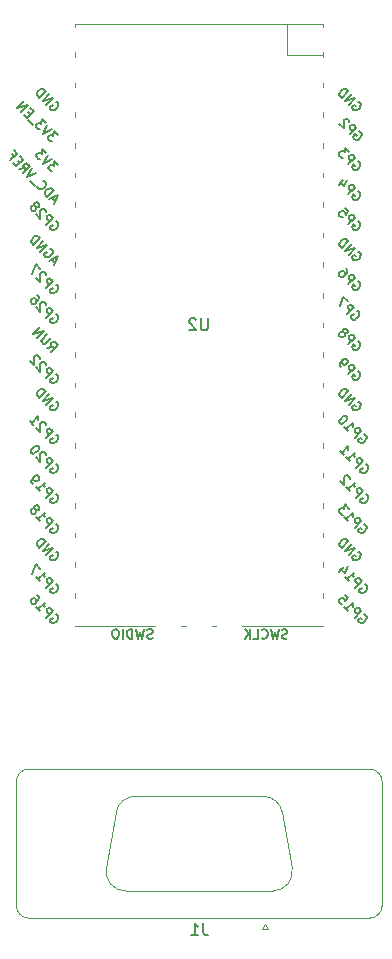
<source format=gbr>
%TF.GenerationSoftware,KiCad,Pcbnew,(5.1.10)-1*%
%TF.CreationDate,2022-01-15T14:59:42+11:00*%
%TF.ProjectId,BKM-10Rp2040 v2,424b4d2d-3130-4527-9032-303430207632,rev?*%
%TF.SameCoordinates,Original*%
%TF.FileFunction,Legend,Bot*%
%TF.FilePolarity,Positive*%
%FSLAX46Y46*%
G04 Gerber Fmt 4.6, Leading zero omitted, Abs format (unit mm)*
G04 Created by KiCad (PCBNEW (5.1.10)-1) date 2022-01-15 14:59:42*
%MOMM*%
%LPD*%
G01*
G04 APERTURE LIST*
%ADD10C,0.120000*%
%ADD11C,0.150000*%
G04 APERTURE END LIST*
D10*
%TO.C,U2*%
X126662000Y-117956000D02*
X126262000Y-117956000D01*
X129262000Y-117956000D02*
X128862000Y-117956000D01*
X117262000Y-117956000D02*
X124062000Y-117956000D01*
X117262000Y-107556000D02*
X117262000Y-107956000D01*
X117262000Y-99856000D02*
X117262000Y-100256000D01*
X117262000Y-74456000D02*
X117262000Y-74856000D01*
X117262000Y-66956000D02*
X117262000Y-67256000D01*
X117262000Y-89756000D02*
X117262000Y-90156000D01*
X117262000Y-104956000D02*
X117262000Y-105356000D01*
X117262000Y-84656000D02*
X117262000Y-85056000D01*
X117262000Y-79556000D02*
X117262000Y-79956000D01*
X117262000Y-92256000D02*
X117262000Y-92656000D01*
X117262000Y-97356000D02*
X117262000Y-97756000D01*
X117262000Y-112556000D02*
X117262000Y-112956000D01*
X117262000Y-115156000D02*
X117262000Y-115556000D01*
X117262000Y-110056000D02*
X117262000Y-110456000D01*
X117262000Y-77056000D02*
X117262000Y-77456000D01*
X117262000Y-69356000D02*
X117262000Y-69756000D01*
X117262000Y-71956000D02*
X117262000Y-72356000D01*
X117262000Y-102456000D02*
X117262000Y-102856000D01*
X117262000Y-94756000D02*
X117262000Y-95156000D01*
X117262000Y-87156000D02*
X117262000Y-87556000D01*
X117262000Y-82056000D02*
X117262000Y-82456000D01*
X138262000Y-115156000D02*
X138262000Y-115556000D01*
X138262000Y-112556000D02*
X138262000Y-112956000D01*
X138262000Y-110056000D02*
X138262000Y-110456000D01*
X138262000Y-107556000D02*
X138262000Y-107956000D01*
X138262000Y-104956000D02*
X138262000Y-105356000D01*
X138262000Y-102456000D02*
X138262000Y-102856000D01*
X138262000Y-99856000D02*
X138262000Y-100256000D01*
X138262000Y-97356000D02*
X138262000Y-97756000D01*
X138262000Y-94756000D02*
X138262000Y-95156000D01*
X138262000Y-92256000D02*
X138262000Y-92656000D01*
X138262000Y-89756000D02*
X138262000Y-90156000D01*
X138262000Y-87156000D02*
X138262000Y-87556000D01*
X138262000Y-84656000D02*
X138262000Y-85056000D01*
X138262000Y-82056000D02*
X138262000Y-82456000D01*
X138262000Y-79556000D02*
X138262000Y-79956000D01*
X138262000Y-77056000D02*
X138262000Y-77456000D01*
X138262000Y-74456000D02*
X138262000Y-74856000D01*
X138262000Y-71956000D02*
X138262000Y-72356000D01*
X138262000Y-69356000D02*
X138262000Y-69756000D01*
X138262000Y-66956000D02*
X138262000Y-67256000D01*
X135255000Y-69623000D02*
X135255000Y-66956000D01*
X138262000Y-69623000D02*
X135255000Y-69623000D01*
X131462000Y-117956000D02*
X138262000Y-117956000D01*
X138262000Y-66956000D02*
X117262000Y-66956000D01*
%TO.C,J1*%
X113385000Y-142685000D02*
X142235000Y-142685000D01*
X143295000Y-141625000D02*
X143295000Y-131125000D01*
X142235000Y-130065000D02*
X113385000Y-130065000D01*
X112325000Y-131125000D02*
X112325000Y-141625000D01*
X133100000Y-143579338D02*
X133600000Y-143579338D01*
X133600000Y-143579338D02*
X133350000Y-143146325D01*
X133350000Y-143146325D02*
X133100000Y-143579338D01*
X121578311Y-140385000D02*
X134041689Y-140385000D01*
X122407048Y-132365000D02*
X133212952Y-132365000D01*
X135676470Y-138436744D02*
X134847733Y-133736744D01*
X119943530Y-138436744D02*
X120772267Y-133736744D01*
X134847733Y-133736744D02*
G75*
G03*
X133212952Y-132365000I-1634781J-288256D01*
G01*
X120772267Y-133736744D02*
G75*
G02*
X122407048Y-132365000I1634781J-288256D01*
G01*
X135676470Y-138436744D02*
G75*
G02*
X134041689Y-140385000I-1634781J-288256D01*
G01*
X119943530Y-138436744D02*
G75*
G03*
X121578311Y-140385000I1634781J-288256D01*
G01*
X142235000Y-130065000D02*
G75*
G02*
X143295000Y-131125000I0J-1060000D01*
G01*
X113385000Y-130065000D02*
G75*
G03*
X112325000Y-131125000I0J-1060000D01*
G01*
X143295000Y-141625000D02*
G75*
G02*
X142235000Y-142685000I-1060000J0D01*
G01*
X113385000Y-142685000D02*
G75*
G02*
X112325000Y-141625000I0J1060000D01*
G01*
%TO.C,U2*%
D11*
X128523904Y-91908380D02*
X128523904Y-92717904D01*
X128476285Y-92813142D01*
X128428666Y-92860761D01*
X128333428Y-92908380D01*
X128142952Y-92908380D01*
X128047714Y-92860761D01*
X128000095Y-92813142D01*
X127952476Y-92717904D01*
X127952476Y-91908380D01*
X127523904Y-92003619D02*
X127476285Y-91956000D01*
X127381047Y-91908380D01*
X127142952Y-91908380D01*
X127047714Y-91956000D01*
X127000095Y-92003619D01*
X126952476Y-92098857D01*
X126952476Y-92194095D01*
X127000095Y-92336952D01*
X127571523Y-92908380D01*
X126952476Y-92908380D01*
X123857238Y-118979809D02*
X123742952Y-119017904D01*
X123552476Y-119017904D01*
X123476285Y-118979809D01*
X123438190Y-118941714D01*
X123400095Y-118865523D01*
X123400095Y-118789333D01*
X123438190Y-118713142D01*
X123476285Y-118675047D01*
X123552476Y-118636952D01*
X123704857Y-118598857D01*
X123781047Y-118560761D01*
X123819142Y-118522666D01*
X123857238Y-118446476D01*
X123857238Y-118370285D01*
X123819142Y-118294095D01*
X123781047Y-118256000D01*
X123704857Y-118217904D01*
X123514380Y-118217904D01*
X123400095Y-118256000D01*
X123133428Y-118217904D02*
X122942952Y-119017904D01*
X122790571Y-118446476D01*
X122638190Y-119017904D01*
X122447714Y-118217904D01*
X122142952Y-119017904D02*
X122142952Y-118217904D01*
X121952476Y-118217904D01*
X121838190Y-118256000D01*
X121762000Y-118332190D01*
X121723904Y-118408380D01*
X121685809Y-118560761D01*
X121685809Y-118675047D01*
X121723904Y-118827428D01*
X121762000Y-118903619D01*
X121838190Y-118979809D01*
X121952476Y-119017904D01*
X122142952Y-119017904D01*
X121342952Y-119017904D02*
X121342952Y-118217904D01*
X120809619Y-118217904D02*
X120657238Y-118217904D01*
X120581047Y-118256000D01*
X120504857Y-118332190D01*
X120466761Y-118484571D01*
X120466761Y-118751238D01*
X120504857Y-118903619D01*
X120581047Y-118979809D01*
X120657238Y-119017904D01*
X120809619Y-119017904D01*
X120885809Y-118979809D01*
X120962000Y-118903619D01*
X121000095Y-118751238D01*
X121000095Y-118484571D01*
X120962000Y-118332190D01*
X120885809Y-118256000D01*
X120809619Y-118217904D01*
X135271523Y-118979809D02*
X135157238Y-119017904D01*
X134966761Y-119017904D01*
X134890571Y-118979809D01*
X134852476Y-118941714D01*
X134814380Y-118865523D01*
X134814380Y-118789333D01*
X134852476Y-118713142D01*
X134890571Y-118675047D01*
X134966761Y-118636952D01*
X135119142Y-118598857D01*
X135195333Y-118560761D01*
X135233428Y-118522666D01*
X135271523Y-118446476D01*
X135271523Y-118370285D01*
X135233428Y-118294095D01*
X135195333Y-118256000D01*
X135119142Y-118217904D01*
X134928666Y-118217904D01*
X134814380Y-118256000D01*
X134547714Y-118217904D02*
X134357238Y-119017904D01*
X134204857Y-118446476D01*
X134052476Y-119017904D01*
X133862000Y-118217904D01*
X133100095Y-118941714D02*
X133138190Y-118979809D01*
X133252476Y-119017904D01*
X133328666Y-119017904D01*
X133442952Y-118979809D01*
X133519142Y-118903619D01*
X133557238Y-118827428D01*
X133595333Y-118675047D01*
X133595333Y-118560761D01*
X133557238Y-118408380D01*
X133519142Y-118332190D01*
X133442952Y-118256000D01*
X133328666Y-118217904D01*
X133252476Y-118217904D01*
X133138190Y-118256000D01*
X133100095Y-118294095D01*
X132376285Y-119017904D02*
X132757238Y-119017904D01*
X132757238Y-118217904D01*
X132109619Y-119017904D02*
X132109619Y-118217904D01*
X131652476Y-119017904D02*
X131995333Y-118560761D01*
X131652476Y-118217904D02*
X132109619Y-118675047D01*
X115610402Y-87196964D02*
X115341028Y-86927590D01*
X115502653Y-87412463D02*
X115879776Y-86658216D01*
X115125529Y-87035340D01*
X115179404Y-86011719D02*
X115260216Y-86038656D01*
X115341028Y-86119468D01*
X115394903Y-86227218D01*
X115394903Y-86334967D01*
X115367966Y-86415780D01*
X115287154Y-86550467D01*
X115206341Y-86631279D01*
X115071654Y-86712091D01*
X114990842Y-86739028D01*
X114883093Y-86739028D01*
X114775343Y-86685154D01*
X114721468Y-86631279D01*
X114667593Y-86523529D01*
X114667593Y-86469654D01*
X114856155Y-86281093D01*
X114963905Y-86388842D01*
X114371282Y-86281093D02*
X114936967Y-85715407D01*
X114048033Y-85957844D01*
X114613719Y-85392158D01*
X113778659Y-85688470D02*
X114344345Y-85122784D01*
X114209658Y-84988097D01*
X114101908Y-84934223D01*
X113994158Y-84934223D01*
X113913346Y-84961160D01*
X113778659Y-85041972D01*
X113697847Y-85122784D01*
X113617035Y-85257471D01*
X113590097Y-85338284D01*
X113590097Y-85446033D01*
X113643972Y-85553783D01*
X113778659Y-85688470D01*
X115675841Y-73554155D02*
X115756653Y-73581093D01*
X115837465Y-73661905D01*
X115891340Y-73769654D01*
X115891340Y-73877404D01*
X115864402Y-73958216D01*
X115783590Y-74092903D01*
X115702778Y-74173715D01*
X115568091Y-74254528D01*
X115487279Y-74281465D01*
X115379529Y-74281465D01*
X115271780Y-74227590D01*
X115217905Y-74173715D01*
X115164030Y-74065966D01*
X115164030Y-74012091D01*
X115352592Y-73823529D01*
X115460341Y-73931279D01*
X114867719Y-73823529D02*
X115433404Y-73257844D01*
X114544470Y-73500280D01*
X115110155Y-72934595D01*
X114275096Y-73230906D02*
X114840781Y-72665221D01*
X114706094Y-72530534D01*
X114598345Y-72476659D01*
X114490595Y-72476659D01*
X114409783Y-72503597D01*
X114275096Y-72584409D01*
X114194284Y-72665221D01*
X114113471Y-72799908D01*
X114086534Y-72880720D01*
X114086534Y-72988470D01*
X114140409Y-73096219D01*
X114275096Y-73230906D01*
X115675841Y-98954155D02*
X115756653Y-98981093D01*
X115837465Y-99061905D01*
X115891340Y-99169654D01*
X115891340Y-99277404D01*
X115864402Y-99358216D01*
X115783590Y-99492903D01*
X115702778Y-99573715D01*
X115568091Y-99654528D01*
X115487279Y-99681465D01*
X115379529Y-99681465D01*
X115271780Y-99627590D01*
X115217905Y-99573715D01*
X115164030Y-99465966D01*
X115164030Y-99412091D01*
X115352592Y-99223529D01*
X115460341Y-99331279D01*
X114867719Y-99223529D02*
X115433404Y-98657844D01*
X114544470Y-98900280D01*
X115110155Y-98334595D01*
X114275096Y-98630906D02*
X114840781Y-98065221D01*
X114706094Y-97930534D01*
X114598345Y-97876659D01*
X114490595Y-97876659D01*
X114409783Y-97903597D01*
X114275096Y-97984409D01*
X114194284Y-98065221D01*
X114113471Y-98199908D01*
X114086534Y-98280720D01*
X114086534Y-98388470D01*
X114140409Y-98496219D01*
X114275096Y-98630906D01*
X115675841Y-111654155D02*
X115756653Y-111681093D01*
X115837465Y-111761905D01*
X115891340Y-111869654D01*
X115891340Y-111977404D01*
X115864402Y-112058216D01*
X115783590Y-112192903D01*
X115702778Y-112273715D01*
X115568091Y-112354528D01*
X115487279Y-112381465D01*
X115379529Y-112381465D01*
X115271780Y-112327590D01*
X115217905Y-112273715D01*
X115164030Y-112165966D01*
X115164030Y-112112091D01*
X115352592Y-111923529D01*
X115460341Y-112031279D01*
X114867719Y-111923529D02*
X115433404Y-111357844D01*
X114544470Y-111600280D01*
X115110155Y-111034595D01*
X114275096Y-111330906D02*
X114840781Y-110765221D01*
X114706094Y-110630534D01*
X114598345Y-110576659D01*
X114490595Y-110576659D01*
X114409783Y-110603597D01*
X114275096Y-110684409D01*
X114194284Y-110765221D01*
X114113471Y-110899908D01*
X114086534Y-110980720D01*
X114086534Y-111088470D01*
X114140409Y-111196219D01*
X114275096Y-111330906D01*
X141275841Y-111654155D02*
X141356653Y-111681093D01*
X141437465Y-111761905D01*
X141491340Y-111869654D01*
X141491340Y-111977404D01*
X141464402Y-112058216D01*
X141383590Y-112192903D01*
X141302778Y-112273715D01*
X141168091Y-112354528D01*
X141087279Y-112381465D01*
X140979529Y-112381465D01*
X140871780Y-112327590D01*
X140817905Y-112273715D01*
X140764030Y-112165966D01*
X140764030Y-112112091D01*
X140952592Y-111923529D01*
X141060341Y-112031279D01*
X140467719Y-111923529D02*
X141033404Y-111357844D01*
X140144470Y-111600280D01*
X140710155Y-111034595D01*
X139875096Y-111330906D02*
X140440781Y-110765221D01*
X140306094Y-110630534D01*
X140198345Y-110576659D01*
X140090595Y-110576659D01*
X140009783Y-110603597D01*
X139875096Y-110684409D01*
X139794284Y-110765221D01*
X139713471Y-110899908D01*
X139686534Y-110980720D01*
X139686534Y-111088470D01*
X139740409Y-111196219D01*
X139875096Y-111330906D01*
X141275841Y-98954155D02*
X141356653Y-98981093D01*
X141437465Y-99061905D01*
X141491340Y-99169654D01*
X141491340Y-99277404D01*
X141464402Y-99358216D01*
X141383590Y-99492903D01*
X141302778Y-99573715D01*
X141168091Y-99654528D01*
X141087279Y-99681465D01*
X140979529Y-99681465D01*
X140871780Y-99627590D01*
X140817905Y-99573715D01*
X140764030Y-99465966D01*
X140764030Y-99412091D01*
X140952592Y-99223529D01*
X141060341Y-99331279D01*
X140467719Y-99223529D02*
X141033404Y-98657844D01*
X140144470Y-98900280D01*
X140710155Y-98334595D01*
X139875096Y-98630906D02*
X140440781Y-98065221D01*
X140306094Y-97930534D01*
X140198345Y-97876659D01*
X140090595Y-97876659D01*
X140009783Y-97903597D01*
X139875096Y-97984409D01*
X139794284Y-98065221D01*
X139713471Y-98199908D01*
X139686534Y-98280720D01*
X139686534Y-98388470D01*
X139740409Y-98496219D01*
X139875096Y-98630906D01*
X141275841Y-86254155D02*
X141356653Y-86281093D01*
X141437465Y-86361905D01*
X141491340Y-86469654D01*
X141491340Y-86577404D01*
X141464402Y-86658216D01*
X141383590Y-86792903D01*
X141302778Y-86873715D01*
X141168091Y-86954528D01*
X141087279Y-86981465D01*
X140979529Y-86981465D01*
X140871780Y-86927590D01*
X140817905Y-86873715D01*
X140764030Y-86765966D01*
X140764030Y-86712091D01*
X140952592Y-86523529D01*
X141060341Y-86631279D01*
X140467719Y-86523529D02*
X141033404Y-85957844D01*
X140144470Y-86200280D01*
X140710155Y-85634595D01*
X139875096Y-85930906D02*
X140440781Y-85365221D01*
X140306094Y-85230534D01*
X140198345Y-85176659D01*
X140090595Y-85176659D01*
X140009783Y-85203597D01*
X139875096Y-85284409D01*
X139794284Y-85365221D01*
X139713471Y-85499908D01*
X139686534Y-85580720D01*
X139686534Y-85688470D01*
X139740409Y-85796219D01*
X139875096Y-85930906D01*
X141275841Y-73554155D02*
X141356653Y-73581093D01*
X141437465Y-73661905D01*
X141491340Y-73769654D01*
X141491340Y-73877404D01*
X141464402Y-73958216D01*
X141383590Y-74092903D01*
X141302778Y-74173715D01*
X141168091Y-74254528D01*
X141087279Y-74281465D01*
X140979529Y-74281465D01*
X140871780Y-74227590D01*
X140817905Y-74173715D01*
X140764030Y-74065966D01*
X140764030Y-74012091D01*
X140952592Y-73823529D01*
X141060341Y-73931279D01*
X140467719Y-73823529D02*
X141033404Y-73257844D01*
X140144470Y-73500280D01*
X140710155Y-72934595D01*
X139875096Y-73230906D02*
X140440781Y-72665221D01*
X140306094Y-72530534D01*
X140198345Y-72476659D01*
X140090595Y-72476659D01*
X140009783Y-72503597D01*
X139875096Y-72584409D01*
X139794284Y-72665221D01*
X139713471Y-72799908D01*
X139686534Y-72880720D01*
X139686534Y-72988470D01*
X139740409Y-73096219D01*
X139875096Y-73230906D01*
X115839868Y-76414308D02*
X115489682Y-76064122D01*
X115462744Y-76468183D01*
X115381932Y-76387370D01*
X115301120Y-76360433D01*
X115247245Y-76360433D01*
X115166433Y-76387370D01*
X115031746Y-76522057D01*
X115004809Y-76602870D01*
X115004809Y-76656744D01*
X115031746Y-76737557D01*
X115193370Y-76899181D01*
X115274183Y-76926118D01*
X115328057Y-76926118D01*
X115328057Y-75902497D02*
X114573810Y-76279621D01*
X114950934Y-75525374D01*
X114816247Y-75390687D02*
X114466061Y-75040500D01*
X114439123Y-75444561D01*
X114358311Y-75363749D01*
X114277499Y-75336812D01*
X114223624Y-75336812D01*
X114142812Y-75363749D01*
X114008125Y-75498436D01*
X113981187Y-75579248D01*
X113981187Y-75633123D01*
X114008125Y-75713935D01*
X114169749Y-75875560D01*
X114250561Y-75902497D01*
X114304436Y-75902497D01*
X113738751Y-75552311D02*
X113307752Y-75121312D01*
X113523251Y-74636439D02*
X113334690Y-74447877D01*
X112957566Y-74663377D02*
X113226940Y-74932751D01*
X113792625Y-74367065D01*
X113523251Y-74097691D01*
X112715129Y-74420940D02*
X113280815Y-73855255D01*
X112391881Y-74097691D01*
X112957566Y-73532006D01*
X115872152Y-78946592D02*
X115521966Y-78596406D01*
X115495028Y-79000467D01*
X115414216Y-78919654D01*
X115333404Y-78892717D01*
X115279529Y-78892717D01*
X115198717Y-78919654D01*
X115064030Y-79054341D01*
X115037093Y-79135154D01*
X115037093Y-79189028D01*
X115064030Y-79269841D01*
X115225654Y-79431465D01*
X115306467Y-79458402D01*
X115360341Y-79458402D01*
X115360341Y-78434781D02*
X114606094Y-78811905D01*
X114983218Y-78057658D01*
X114848531Y-77922971D02*
X114498345Y-77572784D01*
X114471407Y-77976845D01*
X114390595Y-77896033D01*
X114309783Y-77869096D01*
X114255908Y-77869096D01*
X114175096Y-77896033D01*
X114040409Y-78030720D01*
X114013471Y-78111532D01*
X114013471Y-78165407D01*
X114040409Y-78246219D01*
X114202033Y-78407844D01*
X114282845Y-78434781D01*
X114336720Y-78434781D01*
X115607211Y-81989773D02*
X115337837Y-81720399D01*
X115499462Y-82205272D02*
X115876585Y-81451025D01*
X115122338Y-81828149D01*
X114933776Y-81639587D02*
X115499462Y-81073902D01*
X115364775Y-80939215D01*
X115257025Y-80885340D01*
X115149276Y-80885340D01*
X115068463Y-80912277D01*
X114933776Y-80993089D01*
X114852964Y-81073902D01*
X114772152Y-81208589D01*
X114745215Y-81289401D01*
X114745215Y-81397150D01*
X114799089Y-81504900D01*
X114933776Y-81639587D01*
X114098717Y-80696778D02*
X114098717Y-80750653D01*
X114152592Y-80858402D01*
X114206467Y-80912277D01*
X114314216Y-80966152D01*
X114421966Y-80966152D01*
X114502778Y-80939215D01*
X114637465Y-80858402D01*
X114718277Y-80777590D01*
X114799089Y-80642903D01*
X114826027Y-80562091D01*
X114826027Y-80454341D01*
X114772152Y-80346592D01*
X114718277Y-80292717D01*
X114610528Y-80238842D01*
X114556653Y-80238842D01*
X113883218Y-80696778D02*
X113452219Y-80265780D01*
X114017905Y-79592345D02*
X113263658Y-79969468D01*
X113640781Y-79215221D01*
X112563285Y-79269096D02*
X113021221Y-79188284D01*
X112886534Y-79592345D02*
X113452219Y-79026659D01*
X113236720Y-78811160D01*
X113155908Y-78784223D01*
X113102033Y-78784223D01*
X113021221Y-78811160D01*
X112940409Y-78891972D01*
X112913471Y-78972784D01*
X112913471Y-79026659D01*
X112940409Y-79107471D01*
X113155908Y-79322971D01*
X112617160Y-78730348D02*
X112428598Y-78541786D01*
X112051475Y-78757285D02*
X112320849Y-79026659D01*
X112886534Y-78460974D01*
X112617160Y-78191600D01*
X111916788Y-78029975D02*
X112105349Y-78218537D01*
X111809038Y-78514849D02*
X112374723Y-77949163D01*
X112105349Y-77679789D01*
X115664277Y-83702592D02*
X115745089Y-83729529D01*
X115825902Y-83810341D01*
X115879776Y-83918091D01*
X115879776Y-84025841D01*
X115852839Y-84106653D01*
X115772027Y-84241340D01*
X115691215Y-84322152D01*
X115556528Y-84402964D01*
X115475715Y-84429902D01*
X115367966Y-84429902D01*
X115260216Y-84376027D01*
X115206341Y-84322152D01*
X115152467Y-84214402D01*
X115152467Y-84160528D01*
X115341028Y-83971966D01*
X115448778Y-84079715D01*
X114856155Y-83971966D02*
X115421841Y-83406280D01*
X115206341Y-83190781D01*
X115125529Y-83163844D01*
X115071654Y-83163844D01*
X114990842Y-83190781D01*
X114910030Y-83271593D01*
X114883093Y-83352406D01*
X114883093Y-83406280D01*
X114910030Y-83487093D01*
X115125529Y-83702592D01*
X114829218Y-82921407D02*
X114829218Y-82867532D01*
X114802280Y-82786720D01*
X114667593Y-82652033D01*
X114586781Y-82625096D01*
X114532906Y-82625096D01*
X114452094Y-82652033D01*
X114398219Y-82705908D01*
X114344345Y-82813658D01*
X114344345Y-83460155D01*
X113994158Y-83109969D01*
X113994158Y-82463471D02*
X114074971Y-82490409D01*
X114128845Y-82490409D01*
X114209658Y-82463471D01*
X114236595Y-82436534D01*
X114263532Y-82355722D01*
X114263532Y-82301847D01*
X114236595Y-82221035D01*
X114128845Y-82113285D01*
X114048033Y-82086348D01*
X113994158Y-82086348D01*
X113913346Y-82113285D01*
X113886409Y-82140223D01*
X113859471Y-82221035D01*
X113859471Y-82274910D01*
X113886409Y-82355722D01*
X113994158Y-82463471D01*
X114021096Y-82544284D01*
X114021096Y-82598158D01*
X113994158Y-82678971D01*
X113886409Y-82786720D01*
X113805597Y-82813658D01*
X113751722Y-82813658D01*
X113670910Y-82786720D01*
X113563160Y-82678971D01*
X113536223Y-82598158D01*
X113536223Y-82544284D01*
X113563160Y-82463471D01*
X113670910Y-82355722D01*
X113751722Y-82328784D01*
X113805597Y-82328784D01*
X113886409Y-82355722D01*
X115664277Y-89046592D02*
X115745089Y-89073529D01*
X115825902Y-89154341D01*
X115879776Y-89262091D01*
X115879776Y-89369841D01*
X115852839Y-89450653D01*
X115772027Y-89585340D01*
X115691215Y-89666152D01*
X115556528Y-89746964D01*
X115475715Y-89773902D01*
X115367966Y-89773902D01*
X115260216Y-89720027D01*
X115206341Y-89666152D01*
X115152467Y-89558402D01*
X115152467Y-89504528D01*
X115341028Y-89315966D01*
X115448778Y-89423715D01*
X114856155Y-89315966D02*
X115421841Y-88750280D01*
X115206341Y-88534781D01*
X115125529Y-88507844D01*
X115071654Y-88507844D01*
X114990842Y-88534781D01*
X114910030Y-88615593D01*
X114883093Y-88696406D01*
X114883093Y-88750280D01*
X114910030Y-88831093D01*
X115125529Y-89046592D01*
X114829218Y-88265407D02*
X114829218Y-88211532D01*
X114802280Y-88130720D01*
X114667593Y-87996033D01*
X114586781Y-87969096D01*
X114532906Y-87969096D01*
X114452094Y-87996033D01*
X114398219Y-88049908D01*
X114344345Y-88157658D01*
X114344345Y-88804155D01*
X113994158Y-88453969D01*
X114371282Y-87699722D02*
X113994158Y-87322598D01*
X113670910Y-88130720D01*
X115664277Y-91576592D02*
X115745089Y-91603529D01*
X115825902Y-91684341D01*
X115879776Y-91792091D01*
X115879776Y-91899841D01*
X115852839Y-91980653D01*
X115772027Y-92115340D01*
X115691215Y-92196152D01*
X115556528Y-92276964D01*
X115475715Y-92303902D01*
X115367966Y-92303902D01*
X115260216Y-92250027D01*
X115206341Y-92196152D01*
X115152467Y-92088402D01*
X115152467Y-92034528D01*
X115341028Y-91845966D01*
X115448778Y-91953715D01*
X114856155Y-91845966D02*
X115421841Y-91280280D01*
X115206341Y-91064781D01*
X115125529Y-91037844D01*
X115071654Y-91037844D01*
X114990842Y-91064781D01*
X114910030Y-91145593D01*
X114883093Y-91226406D01*
X114883093Y-91280280D01*
X114910030Y-91361093D01*
X115125529Y-91576592D01*
X114829218Y-90795407D02*
X114829218Y-90741532D01*
X114802280Y-90660720D01*
X114667593Y-90526033D01*
X114586781Y-90499096D01*
X114532906Y-90499096D01*
X114452094Y-90526033D01*
X114398219Y-90579908D01*
X114344345Y-90687658D01*
X114344345Y-91334155D01*
X113994158Y-90983969D01*
X114074971Y-89933410D02*
X114182720Y-90041160D01*
X114209658Y-90121972D01*
X114209658Y-90175847D01*
X114182720Y-90310534D01*
X114101908Y-90445221D01*
X113886409Y-90660720D01*
X113805597Y-90687658D01*
X113751722Y-90687658D01*
X113670910Y-90660720D01*
X113563160Y-90552971D01*
X113536223Y-90472158D01*
X113536223Y-90418284D01*
X113563160Y-90337471D01*
X113697847Y-90202784D01*
X113778659Y-90175847D01*
X113832534Y-90175847D01*
X113913346Y-90202784D01*
X114021096Y-90310534D01*
X114048033Y-90391346D01*
X114048033Y-90445221D01*
X114021096Y-90526033D01*
X114923624Y-94399435D02*
X115381560Y-94318622D01*
X115246873Y-94722683D02*
X115812558Y-94156998D01*
X115597059Y-93941499D01*
X115516247Y-93914561D01*
X115462372Y-93914561D01*
X115381560Y-93941499D01*
X115300748Y-94022311D01*
X115273810Y-94103123D01*
X115273810Y-94156998D01*
X115300748Y-94237810D01*
X115516247Y-94453309D01*
X115246873Y-93591312D02*
X114788937Y-94049248D01*
X114708125Y-94076186D01*
X114654250Y-94076186D01*
X114573438Y-94049248D01*
X114465688Y-93941499D01*
X114438751Y-93860687D01*
X114438751Y-93806812D01*
X114465688Y-93726000D01*
X114923624Y-93268064D01*
X114088564Y-93564375D02*
X114654250Y-92998690D01*
X113765316Y-93241126D01*
X114331001Y-92675441D01*
X115664277Y-96656592D02*
X115745089Y-96683529D01*
X115825902Y-96764341D01*
X115879776Y-96872091D01*
X115879776Y-96979841D01*
X115852839Y-97060653D01*
X115772027Y-97195340D01*
X115691215Y-97276152D01*
X115556528Y-97356964D01*
X115475715Y-97383902D01*
X115367966Y-97383902D01*
X115260216Y-97330027D01*
X115206341Y-97276152D01*
X115152467Y-97168402D01*
X115152467Y-97114528D01*
X115341028Y-96925966D01*
X115448778Y-97033715D01*
X114856155Y-96925966D02*
X115421841Y-96360280D01*
X115206341Y-96144781D01*
X115125529Y-96117844D01*
X115071654Y-96117844D01*
X114990842Y-96144781D01*
X114910030Y-96225593D01*
X114883093Y-96306406D01*
X114883093Y-96360280D01*
X114910030Y-96441093D01*
X115125529Y-96656592D01*
X114829218Y-95875407D02*
X114829218Y-95821532D01*
X114802280Y-95740720D01*
X114667593Y-95606033D01*
X114586781Y-95579096D01*
X114532906Y-95579096D01*
X114452094Y-95606033D01*
X114398219Y-95659908D01*
X114344345Y-95767658D01*
X114344345Y-96414155D01*
X113994158Y-96063969D01*
X114290470Y-95336659D02*
X114290470Y-95282784D01*
X114263532Y-95201972D01*
X114128845Y-95067285D01*
X114048033Y-95040348D01*
X113994158Y-95040348D01*
X113913346Y-95067285D01*
X113859471Y-95121160D01*
X113805597Y-95228910D01*
X113805597Y-95875407D01*
X113455410Y-95525221D01*
X115664277Y-101746592D02*
X115745089Y-101773529D01*
X115825902Y-101854341D01*
X115879776Y-101962091D01*
X115879776Y-102069841D01*
X115852839Y-102150653D01*
X115772027Y-102285340D01*
X115691215Y-102366152D01*
X115556528Y-102446964D01*
X115475715Y-102473902D01*
X115367966Y-102473902D01*
X115260216Y-102420027D01*
X115206341Y-102366152D01*
X115152467Y-102258402D01*
X115152467Y-102204528D01*
X115341028Y-102015966D01*
X115448778Y-102123715D01*
X114856155Y-102015966D02*
X115421841Y-101450280D01*
X115206341Y-101234781D01*
X115125529Y-101207844D01*
X115071654Y-101207844D01*
X114990842Y-101234781D01*
X114910030Y-101315593D01*
X114883093Y-101396406D01*
X114883093Y-101450280D01*
X114910030Y-101531093D01*
X115125529Y-101746592D01*
X114829218Y-100965407D02*
X114829218Y-100911532D01*
X114802280Y-100830720D01*
X114667593Y-100696033D01*
X114586781Y-100669096D01*
X114532906Y-100669096D01*
X114452094Y-100696033D01*
X114398219Y-100749908D01*
X114344345Y-100857658D01*
X114344345Y-101504155D01*
X113994158Y-101153969D01*
X113455410Y-100615221D02*
X113778659Y-100938470D01*
X113617035Y-100776845D02*
X114182720Y-100211160D01*
X114155783Y-100345847D01*
X114155783Y-100453597D01*
X114182720Y-100534409D01*
X115664277Y-104276592D02*
X115745089Y-104303529D01*
X115825902Y-104384341D01*
X115879776Y-104492091D01*
X115879776Y-104599841D01*
X115852839Y-104680653D01*
X115772027Y-104815340D01*
X115691215Y-104896152D01*
X115556528Y-104976964D01*
X115475715Y-105003902D01*
X115367966Y-105003902D01*
X115260216Y-104950027D01*
X115206341Y-104896152D01*
X115152467Y-104788402D01*
X115152467Y-104734528D01*
X115341028Y-104545966D01*
X115448778Y-104653715D01*
X114856155Y-104545966D02*
X115421841Y-103980280D01*
X115206341Y-103764781D01*
X115125529Y-103737844D01*
X115071654Y-103737844D01*
X114990842Y-103764781D01*
X114910030Y-103845593D01*
X114883093Y-103926406D01*
X114883093Y-103980280D01*
X114910030Y-104061093D01*
X115125529Y-104276592D01*
X114829218Y-103495407D02*
X114829218Y-103441532D01*
X114802280Y-103360720D01*
X114667593Y-103226033D01*
X114586781Y-103199096D01*
X114532906Y-103199096D01*
X114452094Y-103226033D01*
X114398219Y-103279908D01*
X114344345Y-103387658D01*
X114344345Y-104034155D01*
X113994158Y-103683969D01*
X114209658Y-102768097D02*
X114155783Y-102714223D01*
X114074971Y-102687285D01*
X114021096Y-102687285D01*
X113940284Y-102714223D01*
X113805597Y-102795035D01*
X113670910Y-102929722D01*
X113590097Y-103064409D01*
X113563160Y-103145221D01*
X113563160Y-103199096D01*
X113590097Y-103279908D01*
X113643972Y-103333783D01*
X113724784Y-103360720D01*
X113778659Y-103360720D01*
X113859471Y-103333783D01*
X113994158Y-103252971D01*
X114128845Y-103118284D01*
X114209658Y-102983597D01*
X114236595Y-102902784D01*
X114236595Y-102848910D01*
X114209658Y-102768097D01*
X115664277Y-106816592D02*
X115745089Y-106843529D01*
X115825902Y-106924341D01*
X115879776Y-107032091D01*
X115879776Y-107139841D01*
X115852839Y-107220653D01*
X115772027Y-107355340D01*
X115691215Y-107436152D01*
X115556528Y-107516964D01*
X115475715Y-107543902D01*
X115367966Y-107543902D01*
X115260216Y-107490027D01*
X115206341Y-107436152D01*
X115152467Y-107328402D01*
X115152467Y-107274528D01*
X115341028Y-107085966D01*
X115448778Y-107193715D01*
X114856155Y-107085966D02*
X115421841Y-106520280D01*
X115206341Y-106304781D01*
X115125529Y-106277844D01*
X115071654Y-106277844D01*
X114990842Y-106304781D01*
X114910030Y-106385593D01*
X114883093Y-106466406D01*
X114883093Y-106520280D01*
X114910030Y-106601093D01*
X115125529Y-106816592D01*
X113994158Y-106223969D02*
X114317407Y-106547218D01*
X114155783Y-106385593D02*
X114721468Y-105819908D01*
X114694531Y-105954595D01*
X114694531Y-106062345D01*
X114721468Y-106143157D01*
X113724784Y-105954595D02*
X113617035Y-105846845D01*
X113590097Y-105766033D01*
X113590097Y-105712158D01*
X113617035Y-105577471D01*
X113697847Y-105442784D01*
X113913346Y-105227285D01*
X113994158Y-105200348D01*
X114048033Y-105200348D01*
X114128845Y-105227285D01*
X114236595Y-105335035D01*
X114263532Y-105415847D01*
X114263532Y-105469722D01*
X114236595Y-105550534D01*
X114101908Y-105685221D01*
X114021096Y-105712158D01*
X113967221Y-105712158D01*
X113886409Y-105685221D01*
X113778659Y-105577471D01*
X113751722Y-105496659D01*
X113751722Y-105442784D01*
X113778659Y-105361972D01*
X115664277Y-109356592D02*
X115745089Y-109383529D01*
X115825902Y-109464341D01*
X115879776Y-109572091D01*
X115879776Y-109679841D01*
X115852839Y-109760653D01*
X115772027Y-109895340D01*
X115691215Y-109976152D01*
X115556528Y-110056964D01*
X115475715Y-110083902D01*
X115367966Y-110083902D01*
X115260216Y-110030027D01*
X115206341Y-109976152D01*
X115152467Y-109868402D01*
X115152467Y-109814528D01*
X115341028Y-109625966D01*
X115448778Y-109733715D01*
X114856155Y-109625966D02*
X115421841Y-109060280D01*
X115206341Y-108844781D01*
X115125529Y-108817844D01*
X115071654Y-108817844D01*
X114990842Y-108844781D01*
X114910030Y-108925593D01*
X114883093Y-109006406D01*
X114883093Y-109060280D01*
X114910030Y-109141093D01*
X115125529Y-109356592D01*
X113994158Y-108763969D02*
X114317407Y-109087218D01*
X114155783Y-108925593D02*
X114721468Y-108359908D01*
X114694531Y-108494595D01*
X114694531Y-108602345D01*
X114721468Y-108683157D01*
X113994158Y-108117471D02*
X114074971Y-108144409D01*
X114128845Y-108144409D01*
X114209658Y-108117471D01*
X114236595Y-108090534D01*
X114263532Y-108009722D01*
X114263532Y-107955847D01*
X114236595Y-107875035D01*
X114128845Y-107767285D01*
X114048033Y-107740348D01*
X113994158Y-107740348D01*
X113913346Y-107767285D01*
X113886409Y-107794223D01*
X113859471Y-107875035D01*
X113859471Y-107928910D01*
X113886409Y-108009722D01*
X113994158Y-108117471D01*
X114021096Y-108198284D01*
X114021096Y-108252158D01*
X113994158Y-108332971D01*
X113886409Y-108440720D01*
X113805597Y-108467658D01*
X113751722Y-108467658D01*
X113670910Y-108440720D01*
X113563160Y-108332971D01*
X113536223Y-108252158D01*
X113536223Y-108198284D01*
X113563160Y-108117471D01*
X113670910Y-108009722D01*
X113751722Y-107982784D01*
X113805597Y-107982784D01*
X113886409Y-108009722D01*
X115664277Y-114436592D02*
X115745089Y-114463529D01*
X115825902Y-114544341D01*
X115879776Y-114652091D01*
X115879776Y-114759841D01*
X115852839Y-114840653D01*
X115772027Y-114975340D01*
X115691215Y-115056152D01*
X115556528Y-115136964D01*
X115475715Y-115163902D01*
X115367966Y-115163902D01*
X115260216Y-115110027D01*
X115206341Y-115056152D01*
X115152467Y-114948402D01*
X115152467Y-114894528D01*
X115341028Y-114705966D01*
X115448778Y-114813715D01*
X114856155Y-114705966D02*
X115421841Y-114140280D01*
X115206341Y-113924781D01*
X115125529Y-113897844D01*
X115071654Y-113897844D01*
X114990842Y-113924781D01*
X114910030Y-114005593D01*
X114883093Y-114086406D01*
X114883093Y-114140280D01*
X114910030Y-114221093D01*
X115125529Y-114436592D01*
X113994158Y-113843969D02*
X114317407Y-114167218D01*
X114155783Y-114005593D02*
X114721468Y-113439908D01*
X114694531Y-113574595D01*
X114694531Y-113682345D01*
X114721468Y-113763157D01*
X114371282Y-113089722D02*
X113994158Y-112712598D01*
X113670910Y-113520720D01*
X115664277Y-116976592D02*
X115745089Y-117003529D01*
X115825902Y-117084341D01*
X115879776Y-117192091D01*
X115879776Y-117299841D01*
X115852839Y-117380653D01*
X115772027Y-117515340D01*
X115691215Y-117596152D01*
X115556528Y-117676964D01*
X115475715Y-117703902D01*
X115367966Y-117703902D01*
X115260216Y-117650027D01*
X115206341Y-117596152D01*
X115152467Y-117488402D01*
X115152467Y-117434528D01*
X115341028Y-117245966D01*
X115448778Y-117353715D01*
X114856155Y-117245966D02*
X115421841Y-116680280D01*
X115206341Y-116464781D01*
X115125529Y-116437844D01*
X115071654Y-116437844D01*
X114990842Y-116464781D01*
X114910030Y-116545593D01*
X114883093Y-116626406D01*
X114883093Y-116680280D01*
X114910030Y-116761093D01*
X115125529Y-116976592D01*
X113994158Y-116383969D02*
X114317407Y-116707218D01*
X114155783Y-116545593D02*
X114721468Y-115979908D01*
X114694531Y-116114595D01*
X114694531Y-116222345D01*
X114721468Y-116303157D01*
X114074971Y-115333410D02*
X114182720Y-115441160D01*
X114209658Y-115521972D01*
X114209658Y-115575847D01*
X114182720Y-115710534D01*
X114101908Y-115845221D01*
X113886409Y-116060720D01*
X113805597Y-116087658D01*
X113751722Y-116087658D01*
X113670910Y-116060720D01*
X113563160Y-115952971D01*
X113536223Y-115872158D01*
X113536223Y-115818284D01*
X113563160Y-115737471D01*
X113697847Y-115602784D01*
X113778659Y-115575847D01*
X113832534Y-115575847D01*
X113913346Y-115602784D01*
X114021096Y-115710534D01*
X114048033Y-115791346D01*
X114048033Y-115845221D01*
X114021096Y-115926033D01*
X141772277Y-116976592D02*
X141853089Y-117003529D01*
X141933902Y-117084341D01*
X141987776Y-117192091D01*
X141987776Y-117299841D01*
X141960839Y-117380653D01*
X141880027Y-117515340D01*
X141799215Y-117596152D01*
X141664528Y-117676964D01*
X141583715Y-117703902D01*
X141475966Y-117703902D01*
X141368216Y-117650027D01*
X141314341Y-117596152D01*
X141260467Y-117488402D01*
X141260467Y-117434528D01*
X141449028Y-117245966D01*
X141556778Y-117353715D01*
X140964155Y-117245966D02*
X141529841Y-116680280D01*
X141314341Y-116464781D01*
X141233529Y-116437844D01*
X141179654Y-116437844D01*
X141098842Y-116464781D01*
X141018030Y-116545593D01*
X140991093Y-116626406D01*
X140991093Y-116680280D01*
X141018030Y-116761093D01*
X141233529Y-116976592D01*
X140102158Y-116383969D02*
X140425407Y-116707218D01*
X140263783Y-116545593D02*
X140829468Y-115979908D01*
X140802531Y-116114595D01*
X140802531Y-116222345D01*
X140829468Y-116303157D01*
X140156033Y-115306473D02*
X140425407Y-115575847D01*
X140182971Y-115872158D01*
X140182971Y-115818284D01*
X140156033Y-115737471D01*
X140021346Y-115602784D01*
X139940534Y-115575847D01*
X139886659Y-115575847D01*
X139805847Y-115602784D01*
X139671160Y-115737471D01*
X139644223Y-115818284D01*
X139644223Y-115872158D01*
X139671160Y-115952971D01*
X139805847Y-116087658D01*
X139886659Y-116114595D01*
X139940534Y-116114595D01*
X141818277Y-114436592D02*
X141899089Y-114463529D01*
X141979902Y-114544341D01*
X142033776Y-114652091D01*
X142033776Y-114759841D01*
X142006839Y-114840653D01*
X141926027Y-114975340D01*
X141845215Y-115056152D01*
X141710528Y-115136964D01*
X141629715Y-115163902D01*
X141521966Y-115163902D01*
X141414216Y-115110027D01*
X141360341Y-115056152D01*
X141306467Y-114948402D01*
X141306467Y-114894528D01*
X141495028Y-114705966D01*
X141602778Y-114813715D01*
X141010155Y-114705966D02*
X141575841Y-114140280D01*
X141360341Y-113924781D01*
X141279529Y-113897844D01*
X141225654Y-113897844D01*
X141144842Y-113924781D01*
X141064030Y-114005593D01*
X141037093Y-114086406D01*
X141037093Y-114140280D01*
X141064030Y-114221093D01*
X141279529Y-114436592D01*
X140148158Y-113843969D02*
X140471407Y-114167218D01*
X140309783Y-114005593D02*
X140875468Y-113439908D01*
X140848531Y-113574595D01*
X140848531Y-113682345D01*
X140875468Y-113763157D01*
X140040409Y-112981972D02*
X139663285Y-113359096D01*
X140390595Y-112901160D02*
X140121221Y-113439908D01*
X139771035Y-113089722D01*
X141772277Y-109356592D02*
X141853089Y-109383529D01*
X141933902Y-109464341D01*
X141987776Y-109572091D01*
X141987776Y-109679841D01*
X141960839Y-109760653D01*
X141880027Y-109895340D01*
X141799215Y-109976152D01*
X141664528Y-110056964D01*
X141583715Y-110083902D01*
X141475966Y-110083902D01*
X141368216Y-110030027D01*
X141314341Y-109976152D01*
X141260467Y-109868402D01*
X141260467Y-109814528D01*
X141449028Y-109625966D01*
X141556778Y-109733715D01*
X140964155Y-109625966D02*
X141529841Y-109060280D01*
X141314341Y-108844781D01*
X141233529Y-108817844D01*
X141179654Y-108817844D01*
X141098842Y-108844781D01*
X141018030Y-108925593D01*
X140991093Y-109006406D01*
X140991093Y-109060280D01*
X141018030Y-109141093D01*
X141233529Y-109356592D01*
X140102158Y-108763969D02*
X140425407Y-109087218D01*
X140263783Y-108925593D02*
X140829468Y-108359908D01*
X140802531Y-108494595D01*
X140802531Y-108602345D01*
X140829468Y-108683157D01*
X140479282Y-108009722D02*
X140129096Y-107659536D01*
X140102158Y-108063597D01*
X140021346Y-107982784D01*
X139940534Y-107955847D01*
X139886659Y-107955847D01*
X139805847Y-107982784D01*
X139671160Y-108117471D01*
X139644223Y-108198284D01*
X139644223Y-108252158D01*
X139671160Y-108332971D01*
X139832784Y-108494595D01*
X139913597Y-108521532D01*
X139967471Y-108521532D01*
X141918277Y-106816592D02*
X141999089Y-106843529D01*
X142079902Y-106924341D01*
X142133776Y-107032091D01*
X142133776Y-107139841D01*
X142106839Y-107220653D01*
X142026027Y-107355340D01*
X141945215Y-107436152D01*
X141810528Y-107516964D01*
X141729715Y-107543902D01*
X141621966Y-107543902D01*
X141514216Y-107490027D01*
X141460341Y-107436152D01*
X141406467Y-107328402D01*
X141406467Y-107274528D01*
X141595028Y-107085966D01*
X141702778Y-107193715D01*
X141110155Y-107085966D02*
X141675841Y-106520280D01*
X141460341Y-106304781D01*
X141379529Y-106277844D01*
X141325654Y-106277844D01*
X141244842Y-106304781D01*
X141164030Y-106385593D01*
X141137093Y-106466406D01*
X141137093Y-106520280D01*
X141164030Y-106601093D01*
X141379529Y-106816592D01*
X140248158Y-106223969D02*
X140571407Y-106547218D01*
X140409783Y-106385593D02*
X140975468Y-105819908D01*
X140948531Y-105954595D01*
X140948531Y-106062345D01*
X140975468Y-106143157D01*
X140544470Y-105496659D02*
X140544470Y-105442784D01*
X140517532Y-105361972D01*
X140382845Y-105227285D01*
X140302033Y-105200348D01*
X140248158Y-105200348D01*
X140167346Y-105227285D01*
X140113471Y-105281160D01*
X140059597Y-105388910D01*
X140059597Y-106035407D01*
X139709410Y-105685221D01*
X141918277Y-104276592D02*
X141999089Y-104303529D01*
X142079902Y-104384341D01*
X142133776Y-104492091D01*
X142133776Y-104599841D01*
X142106839Y-104680653D01*
X142026027Y-104815340D01*
X141945215Y-104896152D01*
X141810528Y-104976964D01*
X141729715Y-105003902D01*
X141621966Y-105003902D01*
X141514216Y-104950027D01*
X141460341Y-104896152D01*
X141406467Y-104788402D01*
X141406467Y-104734528D01*
X141595028Y-104545966D01*
X141702778Y-104653715D01*
X141110155Y-104545966D02*
X141675841Y-103980280D01*
X141460341Y-103764781D01*
X141379529Y-103737844D01*
X141325654Y-103737844D01*
X141244842Y-103764781D01*
X141164030Y-103845593D01*
X141137093Y-103926406D01*
X141137093Y-103980280D01*
X141164030Y-104061093D01*
X141379529Y-104276592D01*
X140248158Y-103683969D02*
X140571407Y-104007218D01*
X140409783Y-103845593D02*
X140975468Y-103279908D01*
X140948531Y-103414595D01*
X140948531Y-103522345D01*
X140975468Y-103603157D01*
X139709410Y-103145221D02*
X140032659Y-103468470D01*
X139871035Y-103306845D02*
X140436720Y-102741160D01*
X140409783Y-102875847D01*
X140409783Y-102983597D01*
X140436720Y-103064409D01*
X141772277Y-101736592D02*
X141853089Y-101763529D01*
X141933902Y-101844341D01*
X141987776Y-101952091D01*
X141987776Y-102059841D01*
X141960839Y-102140653D01*
X141880027Y-102275340D01*
X141799215Y-102356152D01*
X141664528Y-102436964D01*
X141583715Y-102463902D01*
X141475966Y-102463902D01*
X141368216Y-102410027D01*
X141314341Y-102356152D01*
X141260467Y-102248402D01*
X141260467Y-102194528D01*
X141449028Y-102005966D01*
X141556778Y-102113715D01*
X140964155Y-102005966D02*
X141529841Y-101440280D01*
X141314341Y-101224781D01*
X141233529Y-101197844D01*
X141179654Y-101197844D01*
X141098842Y-101224781D01*
X141018030Y-101305593D01*
X140991093Y-101386406D01*
X140991093Y-101440280D01*
X141018030Y-101521093D01*
X141233529Y-101736592D01*
X140102158Y-101143969D02*
X140425407Y-101467218D01*
X140263783Y-101305593D02*
X140829468Y-100739908D01*
X140802531Y-100874595D01*
X140802531Y-100982345D01*
X140829468Y-101063157D01*
X140317658Y-100228097D02*
X140263783Y-100174223D01*
X140182971Y-100147285D01*
X140129096Y-100147285D01*
X140048284Y-100174223D01*
X139913597Y-100255035D01*
X139778910Y-100389722D01*
X139698097Y-100524409D01*
X139671160Y-100605221D01*
X139671160Y-100659096D01*
X139698097Y-100739908D01*
X139751972Y-100793783D01*
X139832784Y-100820720D01*
X139886659Y-100820720D01*
X139967471Y-100793783D01*
X140102158Y-100712971D01*
X140236845Y-100578284D01*
X140317658Y-100443597D01*
X140344595Y-100362784D01*
X140344595Y-100308910D01*
X140317658Y-100228097D01*
X141248903Y-96387218D02*
X141329715Y-96414155D01*
X141410528Y-96494967D01*
X141464402Y-96602717D01*
X141464402Y-96710467D01*
X141437465Y-96791279D01*
X141356653Y-96925966D01*
X141275841Y-97006778D01*
X141141154Y-97087590D01*
X141060341Y-97114528D01*
X140952592Y-97114528D01*
X140844842Y-97060653D01*
X140790967Y-97006778D01*
X140737093Y-96899028D01*
X140737093Y-96845154D01*
X140925654Y-96656592D01*
X141033404Y-96764341D01*
X140440781Y-96656592D02*
X141006467Y-96090906D01*
X140790967Y-95875407D01*
X140710155Y-95848470D01*
X140656280Y-95848470D01*
X140575468Y-95875407D01*
X140494656Y-95956219D01*
X140467719Y-96037032D01*
X140467719Y-96090906D01*
X140494656Y-96171719D01*
X140710155Y-96387218D01*
X139848158Y-96063969D02*
X139740409Y-95956219D01*
X139713471Y-95875407D01*
X139713471Y-95821532D01*
X139740409Y-95686845D01*
X139821221Y-95552158D01*
X140036720Y-95336659D01*
X140117532Y-95309722D01*
X140171407Y-95309722D01*
X140252219Y-95336659D01*
X140359969Y-95444409D01*
X140386906Y-95525221D01*
X140386906Y-95579096D01*
X140359969Y-95659908D01*
X140225282Y-95794595D01*
X140144470Y-95821532D01*
X140090595Y-95821532D01*
X140009783Y-95794595D01*
X139902033Y-95686845D01*
X139875096Y-95606033D01*
X139875096Y-95552158D01*
X139902033Y-95471346D01*
X141248903Y-93847218D02*
X141329715Y-93874155D01*
X141410528Y-93954967D01*
X141464402Y-94062717D01*
X141464402Y-94170467D01*
X141437465Y-94251279D01*
X141356653Y-94385966D01*
X141275841Y-94466778D01*
X141141154Y-94547590D01*
X141060341Y-94574528D01*
X140952592Y-94574528D01*
X140844842Y-94520653D01*
X140790967Y-94466778D01*
X140737093Y-94359028D01*
X140737093Y-94305154D01*
X140925654Y-94116592D01*
X141033404Y-94224341D01*
X140440781Y-94116592D02*
X141006467Y-93550906D01*
X140790967Y-93335407D01*
X140710155Y-93308470D01*
X140656280Y-93308470D01*
X140575468Y-93335407D01*
X140494656Y-93416219D01*
X140467719Y-93497032D01*
X140467719Y-93550906D01*
X140494656Y-93631719D01*
X140710155Y-93847218D01*
X140117532Y-93146845D02*
X140198345Y-93173783D01*
X140252219Y-93173783D01*
X140333032Y-93146845D01*
X140359969Y-93119908D01*
X140386906Y-93039096D01*
X140386906Y-92985221D01*
X140359969Y-92904409D01*
X140252219Y-92796659D01*
X140171407Y-92769722D01*
X140117532Y-92769722D01*
X140036720Y-92796659D01*
X140009783Y-92823597D01*
X139982845Y-92904409D01*
X139982845Y-92958284D01*
X140009783Y-93039096D01*
X140117532Y-93146845D01*
X140144470Y-93227658D01*
X140144470Y-93281532D01*
X140117532Y-93362345D01*
X140009783Y-93470094D01*
X139928971Y-93497032D01*
X139875096Y-93497032D01*
X139794284Y-93470094D01*
X139686534Y-93362345D01*
X139659597Y-93281532D01*
X139659597Y-93227658D01*
X139686534Y-93146845D01*
X139794284Y-93039096D01*
X139875096Y-93012158D01*
X139928971Y-93012158D01*
X140009783Y-93039096D01*
X141148903Y-91277218D02*
X141229715Y-91304155D01*
X141310528Y-91384967D01*
X141364402Y-91492717D01*
X141364402Y-91600467D01*
X141337465Y-91681279D01*
X141256653Y-91815966D01*
X141175841Y-91896778D01*
X141041154Y-91977590D01*
X140960341Y-92004528D01*
X140852592Y-92004528D01*
X140744842Y-91950653D01*
X140690967Y-91896778D01*
X140637093Y-91789028D01*
X140637093Y-91735154D01*
X140825654Y-91546592D01*
X140933404Y-91654341D01*
X140340781Y-91546592D02*
X140906467Y-90980906D01*
X140690967Y-90765407D01*
X140610155Y-90738470D01*
X140556280Y-90738470D01*
X140475468Y-90765407D01*
X140394656Y-90846219D01*
X140367719Y-90927032D01*
X140367719Y-90980906D01*
X140394656Y-91061719D01*
X140610155Y-91277218D01*
X140394656Y-90469096D02*
X140017532Y-90091972D01*
X139694284Y-90900094D01*
X141248903Y-88767218D02*
X141329715Y-88794155D01*
X141410528Y-88874967D01*
X141464402Y-88982717D01*
X141464402Y-89090467D01*
X141437465Y-89171279D01*
X141356653Y-89305966D01*
X141275841Y-89386778D01*
X141141154Y-89467590D01*
X141060341Y-89494528D01*
X140952592Y-89494528D01*
X140844842Y-89440653D01*
X140790967Y-89386778D01*
X140737093Y-89279028D01*
X140737093Y-89225154D01*
X140925654Y-89036592D01*
X141033404Y-89144341D01*
X140440781Y-89036592D02*
X141006467Y-88470906D01*
X140790967Y-88255407D01*
X140710155Y-88228470D01*
X140656280Y-88228470D01*
X140575468Y-88255407D01*
X140494656Y-88336219D01*
X140467719Y-88417032D01*
X140467719Y-88470906D01*
X140494656Y-88551719D01*
X140710155Y-88767218D01*
X140198345Y-87662784D02*
X140306094Y-87770534D01*
X140333032Y-87851346D01*
X140333032Y-87905221D01*
X140306094Y-88039908D01*
X140225282Y-88174595D01*
X140009783Y-88390094D01*
X139928971Y-88417032D01*
X139875096Y-88417032D01*
X139794284Y-88390094D01*
X139686534Y-88282345D01*
X139659597Y-88201532D01*
X139659597Y-88147658D01*
X139686534Y-88066845D01*
X139821221Y-87932158D01*
X139902033Y-87905221D01*
X139955908Y-87905221D01*
X140036720Y-87932158D01*
X140144470Y-88039908D01*
X140171407Y-88120720D01*
X140171407Y-88174595D01*
X140144470Y-88255407D01*
X141248903Y-83687218D02*
X141329715Y-83714155D01*
X141410528Y-83794967D01*
X141464402Y-83902717D01*
X141464402Y-84010467D01*
X141437465Y-84091279D01*
X141356653Y-84225966D01*
X141275841Y-84306778D01*
X141141154Y-84387590D01*
X141060341Y-84414528D01*
X140952592Y-84414528D01*
X140844842Y-84360653D01*
X140790967Y-84306778D01*
X140737093Y-84199028D01*
X140737093Y-84145154D01*
X140925654Y-83956592D01*
X141033404Y-84064341D01*
X140440781Y-83956592D02*
X141006467Y-83390906D01*
X140790967Y-83175407D01*
X140710155Y-83148470D01*
X140656280Y-83148470D01*
X140575468Y-83175407D01*
X140494656Y-83256219D01*
X140467719Y-83337032D01*
X140467719Y-83390906D01*
X140494656Y-83471719D01*
X140710155Y-83687218D01*
X140171407Y-82555847D02*
X140440781Y-82825221D01*
X140198345Y-83121532D01*
X140198345Y-83067658D01*
X140171407Y-82986845D01*
X140036720Y-82852158D01*
X139955908Y-82825221D01*
X139902033Y-82825221D01*
X139821221Y-82852158D01*
X139686534Y-82986845D01*
X139659597Y-83067658D01*
X139659597Y-83121532D01*
X139686534Y-83202345D01*
X139821221Y-83337032D01*
X139902033Y-83363969D01*
X139955908Y-83363969D01*
X141248903Y-81147218D02*
X141329715Y-81174155D01*
X141410528Y-81254967D01*
X141464402Y-81362717D01*
X141464402Y-81470467D01*
X141437465Y-81551279D01*
X141356653Y-81685966D01*
X141275841Y-81766778D01*
X141141154Y-81847590D01*
X141060341Y-81874528D01*
X140952592Y-81874528D01*
X140844842Y-81820653D01*
X140790967Y-81766778D01*
X140737093Y-81659028D01*
X140737093Y-81605154D01*
X140925654Y-81416592D01*
X141033404Y-81524341D01*
X140440781Y-81416592D02*
X141006467Y-80850906D01*
X140790967Y-80635407D01*
X140710155Y-80608470D01*
X140656280Y-80608470D01*
X140575468Y-80635407D01*
X140494656Y-80716219D01*
X140467719Y-80797032D01*
X140467719Y-80850906D01*
X140494656Y-80931719D01*
X140710155Y-81147218D01*
X140009783Y-80231346D02*
X139632659Y-80608470D01*
X140359969Y-80150534D02*
X140090595Y-80689282D01*
X139740409Y-80339096D01*
X141248903Y-78607218D02*
X141329715Y-78634155D01*
X141410528Y-78714967D01*
X141464402Y-78822717D01*
X141464402Y-78930467D01*
X141437465Y-79011279D01*
X141356653Y-79145966D01*
X141275841Y-79226778D01*
X141141154Y-79307590D01*
X141060341Y-79334528D01*
X140952592Y-79334528D01*
X140844842Y-79280653D01*
X140790967Y-79226778D01*
X140737093Y-79119028D01*
X140737093Y-79065154D01*
X140925654Y-78876592D01*
X141033404Y-78984341D01*
X140440781Y-78876592D02*
X141006467Y-78310906D01*
X140790967Y-78095407D01*
X140710155Y-78068470D01*
X140656280Y-78068470D01*
X140575468Y-78095407D01*
X140494656Y-78176219D01*
X140467719Y-78257032D01*
X140467719Y-78310906D01*
X140494656Y-78391719D01*
X140710155Y-78607218D01*
X140494656Y-77799096D02*
X140144470Y-77448910D01*
X140117532Y-77852971D01*
X140036720Y-77772158D01*
X139955908Y-77745221D01*
X139902033Y-77745221D01*
X139821221Y-77772158D01*
X139686534Y-77906845D01*
X139659597Y-77987658D01*
X139659597Y-78041532D01*
X139686534Y-78122345D01*
X139848158Y-78283969D01*
X139928971Y-78310906D01*
X139982845Y-78310906D01*
X141348903Y-76067218D02*
X141429715Y-76094155D01*
X141510528Y-76174967D01*
X141564402Y-76282717D01*
X141564402Y-76390467D01*
X141537465Y-76471279D01*
X141456653Y-76605966D01*
X141375841Y-76686778D01*
X141241154Y-76767590D01*
X141160341Y-76794528D01*
X141052592Y-76794528D01*
X140944842Y-76740653D01*
X140890967Y-76686778D01*
X140837093Y-76579028D01*
X140837093Y-76525154D01*
X141025654Y-76336592D01*
X141133404Y-76444341D01*
X140540781Y-76336592D02*
X141106467Y-75770906D01*
X140890967Y-75555407D01*
X140810155Y-75528470D01*
X140756280Y-75528470D01*
X140675468Y-75555407D01*
X140594656Y-75636219D01*
X140567719Y-75717032D01*
X140567719Y-75770906D01*
X140594656Y-75851719D01*
X140810155Y-76067218D01*
X140513844Y-75286033D02*
X140513844Y-75232158D01*
X140486906Y-75151346D01*
X140352219Y-75016659D01*
X140271407Y-74989722D01*
X140217532Y-74989722D01*
X140136720Y-75016659D01*
X140082845Y-75070534D01*
X140028971Y-75178284D01*
X140028971Y-75824781D01*
X139678784Y-75474595D01*
%TO.C,J1*%
X128143333Y-143137380D02*
X128143333Y-143851666D01*
X128190952Y-143994523D01*
X128286190Y-144089761D01*
X128429047Y-144137380D01*
X128524285Y-144137380D01*
X127143333Y-144137380D02*
X127714761Y-144137380D01*
X127429047Y-144137380D02*
X127429047Y-143137380D01*
X127524285Y-143280238D01*
X127619523Y-143375476D01*
X127714761Y-143423095D01*
%TD*%
M02*

</source>
